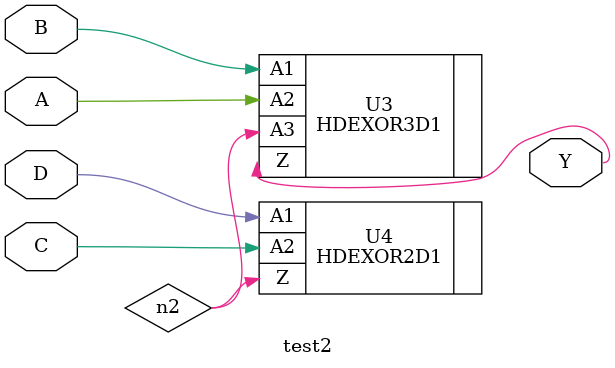
<source format=v>

module test2 ( A, B, C, D, Y );
  input A, B, C, D;
  output Y;
  wire   n2;

  HDEXOR3D1 U3 ( .A1(B), .A2(A), .A3(n2), .Z(Y) );
  HDEXOR2D1 U4 ( .A1(D), .A2(C), .Z(n2) );
endmodule


</source>
